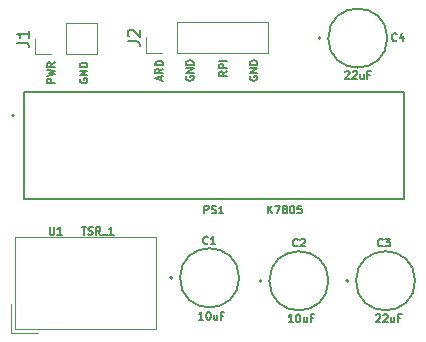
<source format=gbr>
%TF.GenerationSoftware,KiCad,Pcbnew,(6.0.5)*%
%TF.CreationDate,2023-06-19T01:03:16+02:00*%
%TF.ProjectId,PCB_Alimentacion,5043425f-416c-4696-9d65-6e746163696f,rev?*%
%TF.SameCoordinates,Original*%
%TF.FileFunction,Legend,Top*%
%TF.FilePolarity,Positive*%
%FSLAX46Y46*%
G04 Gerber Fmt 4.6, Leading zero omitted, Abs format (unit mm)*
G04 Created by KiCad (PCBNEW (6.0.5)) date 2023-06-19 01:03:16*
%MOMM*%
%LPD*%
G01*
G04 APERTURE LIST*
%ADD10C,0.150000*%
%ADD11C,0.120000*%
%ADD12C,0.200000*%
%ADD13C,0.127000*%
G04 APERTURE END LIST*
D10*
X118919047Y-78666666D02*
X118269047Y-78666666D01*
X118269047Y-78419047D01*
X118300000Y-78357142D01*
X118330952Y-78326190D01*
X118392857Y-78295238D01*
X118485714Y-78295238D01*
X118547619Y-78326190D01*
X118578571Y-78357142D01*
X118609523Y-78419047D01*
X118609523Y-78666666D01*
X118269047Y-78078571D02*
X118919047Y-77923809D01*
X118454761Y-77800000D01*
X118919047Y-77676190D01*
X118269047Y-77521428D01*
X118919047Y-76902380D02*
X118609523Y-77119047D01*
X118919047Y-77273809D02*
X118269047Y-77273809D01*
X118269047Y-77026190D01*
X118300000Y-76964285D01*
X118330952Y-76933333D01*
X118392857Y-76902380D01*
X118485714Y-76902380D01*
X118547619Y-76933333D01*
X118578571Y-76964285D01*
X118609523Y-77026190D01*
X118609523Y-77273809D01*
X133494047Y-77678571D02*
X133184523Y-77895238D01*
X133494047Y-78050000D02*
X132844047Y-78050000D01*
X132844047Y-77802380D01*
X132875000Y-77740476D01*
X132905952Y-77709523D01*
X132967857Y-77678571D01*
X133060714Y-77678571D01*
X133122619Y-77709523D01*
X133153571Y-77740476D01*
X133184523Y-77802380D01*
X133184523Y-78050000D01*
X133494047Y-77400000D02*
X132844047Y-77400000D01*
X132844047Y-77152380D01*
X132875000Y-77090476D01*
X132905952Y-77059523D01*
X132967857Y-77028571D01*
X133060714Y-77028571D01*
X133122619Y-77059523D01*
X133153571Y-77090476D01*
X133184523Y-77152380D01*
X133184523Y-77400000D01*
X133494047Y-76750000D02*
X132844047Y-76750000D01*
X130075000Y-78095238D02*
X130044047Y-78157142D01*
X130044047Y-78250000D01*
X130075000Y-78342857D01*
X130136904Y-78404761D01*
X130198809Y-78435714D01*
X130322619Y-78466666D01*
X130415476Y-78466666D01*
X130539285Y-78435714D01*
X130601190Y-78404761D01*
X130663095Y-78342857D01*
X130694047Y-78250000D01*
X130694047Y-78188095D01*
X130663095Y-78095238D01*
X130632142Y-78064285D01*
X130415476Y-78064285D01*
X130415476Y-78188095D01*
X130694047Y-77785714D02*
X130044047Y-77785714D01*
X130694047Y-77414285D01*
X130044047Y-77414285D01*
X130694047Y-77104761D02*
X130044047Y-77104761D01*
X130044047Y-76950000D01*
X130075000Y-76857142D01*
X130136904Y-76795238D01*
X130198809Y-76764285D01*
X130322619Y-76733333D01*
X130415476Y-76733333D01*
X130539285Y-76764285D01*
X130601190Y-76795238D01*
X130663095Y-76857142D01*
X130694047Y-76950000D01*
X130694047Y-77104761D01*
X127908333Y-78404761D02*
X127908333Y-78095238D01*
X128094047Y-78466666D02*
X127444047Y-78250000D01*
X128094047Y-78033333D01*
X128094047Y-77445238D02*
X127784523Y-77661904D01*
X128094047Y-77816666D02*
X127444047Y-77816666D01*
X127444047Y-77569047D01*
X127475000Y-77507142D01*
X127505952Y-77476190D01*
X127567857Y-77445238D01*
X127660714Y-77445238D01*
X127722619Y-77476190D01*
X127753571Y-77507142D01*
X127784523Y-77569047D01*
X127784523Y-77816666D01*
X128094047Y-77166666D02*
X127444047Y-77166666D01*
X127444047Y-77011904D01*
X127475000Y-76919047D01*
X127536904Y-76857142D01*
X127598809Y-76826190D01*
X127722619Y-76795238D01*
X127815476Y-76795238D01*
X127939285Y-76826190D01*
X128001190Y-76857142D01*
X128063095Y-76919047D01*
X128094047Y-77011904D01*
X128094047Y-77166666D01*
X121075000Y-78295238D02*
X121044047Y-78357142D01*
X121044047Y-78450000D01*
X121075000Y-78542857D01*
X121136904Y-78604761D01*
X121198809Y-78635714D01*
X121322619Y-78666666D01*
X121415476Y-78666666D01*
X121539285Y-78635714D01*
X121601190Y-78604761D01*
X121663095Y-78542857D01*
X121694047Y-78450000D01*
X121694047Y-78388095D01*
X121663095Y-78295238D01*
X121632142Y-78264285D01*
X121415476Y-78264285D01*
X121415476Y-78388095D01*
X121694047Y-77985714D02*
X121044047Y-77985714D01*
X121694047Y-77614285D01*
X121044047Y-77614285D01*
X121694047Y-77304761D02*
X121044047Y-77304761D01*
X121044047Y-77150000D01*
X121075000Y-77057142D01*
X121136904Y-76995238D01*
X121198809Y-76964285D01*
X121322619Y-76933333D01*
X121415476Y-76933333D01*
X121539285Y-76964285D01*
X121601190Y-76995238D01*
X121663095Y-77057142D01*
X121694047Y-77150000D01*
X121694047Y-77304761D01*
X146132142Y-98305952D02*
X146163095Y-98275000D01*
X146225000Y-98244047D01*
X146379761Y-98244047D01*
X146441666Y-98275000D01*
X146472619Y-98305952D01*
X146503571Y-98367857D01*
X146503571Y-98429761D01*
X146472619Y-98522619D01*
X146101190Y-98894047D01*
X146503571Y-98894047D01*
X146751190Y-98305952D02*
X146782142Y-98275000D01*
X146844047Y-98244047D01*
X146998809Y-98244047D01*
X147060714Y-98275000D01*
X147091666Y-98305952D01*
X147122619Y-98367857D01*
X147122619Y-98429761D01*
X147091666Y-98522619D01*
X146720238Y-98894047D01*
X147122619Y-98894047D01*
X147679761Y-98460714D02*
X147679761Y-98894047D01*
X147401190Y-98460714D02*
X147401190Y-98801190D01*
X147432142Y-98863095D01*
X147494047Y-98894047D01*
X147586904Y-98894047D01*
X147648809Y-98863095D01*
X147679761Y-98832142D01*
X148205952Y-98553571D02*
X147989285Y-98553571D01*
X147989285Y-98894047D02*
X147989285Y-98244047D01*
X148298809Y-98244047D01*
X131503571Y-98694047D02*
X131132142Y-98694047D01*
X131317857Y-98694047D02*
X131317857Y-98044047D01*
X131255952Y-98136904D01*
X131194047Y-98198809D01*
X131132142Y-98229761D01*
X131905952Y-98044047D02*
X131967857Y-98044047D01*
X132029761Y-98075000D01*
X132060714Y-98105952D01*
X132091666Y-98167857D01*
X132122619Y-98291666D01*
X132122619Y-98446428D01*
X132091666Y-98570238D01*
X132060714Y-98632142D01*
X132029761Y-98663095D01*
X131967857Y-98694047D01*
X131905952Y-98694047D01*
X131844047Y-98663095D01*
X131813095Y-98632142D01*
X131782142Y-98570238D01*
X131751190Y-98446428D01*
X131751190Y-98291666D01*
X131782142Y-98167857D01*
X131813095Y-98105952D01*
X131844047Y-98075000D01*
X131905952Y-98044047D01*
X132679761Y-98260714D02*
X132679761Y-98694047D01*
X132401190Y-98260714D02*
X132401190Y-98601190D01*
X132432142Y-98663095D01*
X132494047Y-98694047D01*
X132586904Y-98694047D01*
X132648809Y-98663095D01*
X132679761Y-98632142D01*
X133205952Y-98353571D02*
X132989285Y-98353571D01*
X132989285Y-98694047D02*
X132989285Y-98044047D01*
X133298809Y-98044047D01*
X143532142Y-77705952D02*
X143563095Y-77675000D01*
X143625000Y-77644047D01*
X143779761Y-77644047D01*
X143841666Y-77675000D01*
X143872619Y-77705952D01*
X143903571Y-77767857D01*
X143903571Y-77829761D01*
X143872619Y-77922619D01*
X143501190Y-78294047D01*
X143903571Y-78294047D01*
X144151190Y-77705952D02*
X144182142Y-77675000D01*
X144244047Y-77644047D01*
X144398809Y-77644047D01*
X144460714Y-77675000D01*
X144491666Y-77705952D01*
X144522619Y-77767857D01*
X144522619Y-77829761D01*
X144491666Y-77922619D01*
X144120238Y-78294047D01*
X144522619Y-78294047D01*
X145079761Y-77860714D02*
X145079761Y-78294047D01*
X144801190Y-77860714D02*
X144801190Y-78201190D01*
X144832142Y-78263095D01*
X144894047Y-78294047D01*
X144986904Y-78294047D01*
X145048809Y-78263095D01*
X145079761Y-78232142D01*
X145605952Y-77953571D02*
X145389285Y-77953571D01*
X145389285Y-78294047D02*
X145389285Y-77644047D01*
X145698809Y-77644047D01*
X136991666Y-89694047D02*
X136991666Y-89044047D01*
X137363095Y-89694047D02*
X137084523Y-89322619D01*
X137363095Y-89044047D02*
X136991666Y-89415476D01*
X137579761Y-89044047D02*
X138013095Y-89044047D01*
X137734523Y-89694047D01*
X138353571Y-89322619D02*
X138291666Y-89291666D01*
X138260714Y-89260714D01*
X138229761Y-89198809D01*
X138229761Y-89167857D01*
X138260714Y-89105952D01*
X138291666Y-89075000D01*
X138353571Y-89044047D01*
X138477380Y-89044047D01*
X138539285Y-89075000D01*
X138570238Y-89105952D01*
X138601190Y-89167857D01*
X138601190Y-89198809D01*
X138570238Y-89260714D01*
X138539285Y-89291666D01*
X138477380Y-89322619D01*
X138353571Y-89322619D01*
X138291666Y-89353571D01*
X138260714Y-89384523D01*
X138229761Y-89446428D01*
X138229761Y-89570238D01*
X138260714Y-89632142D01*
X138291666Y-89663095D01*
X138353571Y-89694047D01*
X138477380Y-89694047D01*
X138539285Y-89663095D01*
X138570238Y-89632142D01*
X138601190Y-89570238D01*
X138601190Y-89446428D01*
X138570238Y-89384523D01*
X138539285Y-89353571D01*
X138477380Y-89322619D01*
X139003571Y-89044047D02*
X139065476Y-89044047D01*
X139127380Y-89075000D01*
X139158333Y-89105952D01*
X139189285Y-89167857D01*
X139220238Y-89291666D01*
X139220238Y-89446428D01*
X139189285Y-89570238D01*
X139158333Y-89632142D01*
X139127380Y-89663095D01*
X139065476Y-89694047D01*
X139003571Y-89694047D01*
X138941666Y-89663095D01*
X138910714Y-89632142D01*
X138879761Y-89570238D01*
X138848809Y-89446428D01*
X138848809Y-89291666D01*
X138879761Y-89167857D01*
X138910714Y-89105952D01*
X138941666Y-89075000D01*
X139003571Y-89044047D01*
X139808333Y-89044047D02*
X139498809Y-89044047D01*
X139467857Y-89353571D01*
X139498809Y-89322619D01*
X139560714Y-89291666D01*
X139715476Y-89291666D01*
X139777380Y-89322619D01*
X139808333Y-89353571D01*
X139839285Y-89415476D01*
X139839285Y-89570238D01*
X139808333Y-89632142D01*
X139777380Y-89663095D01*
X139715476Y-89694047D01*
X139560714Y-89694047D01*
X139498809Y-89663095D01*
X139467857Y-89632142D01*
X135475000Y-78095238D02*
X135444047Y-78157142D01*
X135444047Y-78250000D01*
X135475000Y-78342857D01*
X135536904Y-78404761D01*
X135598809Y-78435714D01*
X135722619Y-78466666D01*
X135815476Y-78466666D01*
X135939285Y-78435714D01*
X136001190Y-78404761D01*
X136063095Y-78342857D01*
X136094047Y-78250000D01*
X136094047Y-78188095D01*
X136063095Y-78095238D01*
X136032142Y-78064285D01*
X135815476Y-78064285D01*
X135815476Y-78188095D01*
X136094047Y-77785714D02*
X135444047Y-77785714D01*
X136094047Y-77414285D01*
X135444047Y-77414285D01*
X136094047Y-77104761D02*
X135444047Y-77104761D01*
X135444047Y-76950000D01*
X135475000Y-76857142D01*
X135536904Y-76795238D01*
X135598809Y-76764285D01*
X135722619Y-76733333D01*
X135815476Y-76733333D01*
X135939285Y-76764285D01*
X136001190Y-76795238D01*
X136063095Y-76857142D01*
X136094047Y-76950000D01*
X136094047Y-77104761D01*
X139103571Y-98894047D02*
X138732142Y-98894047D01*
X138917857Y-98894047D02*
X138917857Y-98244047D01*
X138855952Y-98336904D01*
X138794047Y-98398809D01*
X138732142Y-98429761D01*
X139505952Y-98244047D02*
X139567857Y-98244047D01*
X139629761Y-98275000D01*
X139660714Y-98305952D01*
X139691666Y-98367857D01*
X139722619Y-98491666D01*
X139722619Y-98646428D01*
X139691666Y-98770238D01*
X139660714Y-98832142D01*
X139629761Y-98863095D01*
X139567857Y-98894047D01*
X139505952Y-98894047D01*
X139444047Y-98863095D01*
X139413095Y-98832142D01*
X139382142Y-98770238D01*
X139351190Y-98646428D01*
X139351190Y-98491666D01*
X139382142Y-98367857D01*
X139413095Y-98305952D01*
X139444047Y-98275000D01*
X139505952Y-98244047D01*
X140279761Y-98460714D02*
X140279761Y-98894047D01*
X140001190Y-98460714D02*
X140001190Y-98801190D01*
X140032142Y-98863095D01*
X140094047Y-98894047D01*
X140186904Y-98894047D01*
X140248809Y-98863095D01*
X140279761Y-98832142D01*
X140805952Y-98553571D02*
X140589285Y-98553571D01*
X140589285Y-98894047D02*
X140589285Y-98244047D01*
X140898809Y-98244047D01*
X121222619Y-90844047D02*
X121594047Y-90844047D01*
X121408333Y-91494047D02*
X121408333Y-90844047D01*
X121779761Y-91463095D02*
X121872619Y-91494047D01*
X122027380Y-91494047D01*
X122089285Y-91463095D01*
X122120238Y-91432142D01*
X122151190Y-91370238D01*
X122151190Y-91308333D01*
X122120238Y-91246428D01*
X122089285Y-91215476D01*
X122027380Y-91184523D01*
X121903571Y-91153571D01*
X121841666Y-91122619D01*
X121810714Y-91091666D01*
X121779761Y-91029761D01*
X121779761Y-90967857D01*
X121810714Y-90905952D01*
X121841666Y-90875000D01*
X121903571Y-90844047D01*
X122058333Y-90844047D01*
X122151190Y-90875000D01*
X122801190Y-91494047D02*
X122584523Y-91184523D01*
X122429761Y-91494047D02*
X122429761Y-90844047D01*
X122677380Y-90844047D01*
X122739285Y-90875000D01*
X122770238Y-90905952D01*
X122801190Y-90967857D01*
X122801190Y-91060714D01*
X122770238Y-91122619D01*
X122739285Y-91153571D01*
X122677380Y-91184523D01*
X122429761Y-91184523D01*
X122925000Y-91555952D02*
X123420238Y-91555952D01*
X123915476Y-91494047D02*
X123544047Y-91494047D01*
X123729761Y-91494047D02*
X123729761Y-90844047D01*
X123667857Y-90936904D01*
X123605952Y-90998809D01*
X123544047Y-91029761D01*
%TO.C,U1*%
X118504761Y-90844047D02*
X118504761Y-91370238D01*
X118535714Y-91432142D01*
X118566666Y-91463095D01*
X118628571Y-91494047D01*
X118752380Y-91494047D01*
X118814285Y-91463095D01*
X118845238Y-91432142D01*
X118876190Y-91370238D01*
X118876190Y-90844047D01*
X119526190Y-91494047D02*
X119154761Y-91494047D01*
X119340476Y-91494047D02*
X119340476Y-90844047D01*
X119278571Y-90936904D01*
X119216666Y-90998809D01*
X119154761Y-91029761D01*
%TO.C,C4*%
X147891666Y-75032142D02*
X147860714Y-75063095D01*
X147767857Y-75094047D01*
X147705952Y-75094047D01*
X147613095Y-75063095D01*
X147551190Y-75001190D01*
X147520238Y-74939285D01*
X147489285Y-74815476D01*
X147489285Y-74722619D01*
X147520238Y-74598809D01*
X147551190Y-74536904D01*
X147613095Y-74475000D01*
X147705952Y-74444047D01*
X147767857Y-74444047D01*
X147860714Y-74475000D01*
X147891666Y-74505952D01*
X148448809Y-74660714D02*
X148448809Y-75094047D01*
X148294047Y-74413095D02*
X148139285Y-74877380D01*
X148541666Y-74877380D01*
%TO.C,PS1*%
X131610714Y-89694047D02*
X131610714Y-89044047D01*
X131858333Y-89044047D01*
X131920238Y-89075000D01*
X131951190Y-89105952D01*
X131982142Y-89167857D01*
X131982142Y-89260714D01*
X131951190Y-89322619D01*
X131920238Y-89353571D01*
X131858333Y-89384523D01*
X131610714Y-89384523D01*
X132229761Y-89663095D02*
X132322619Y-89694047D01*
X132477380Y-89694047D01*
X132539285Y-89663095D01*
X132570238Y-89632142D01*
X132601190Y-89570238D01*
X132601190Y-89508333D01*
X132570238Y-89446428D01*
X132539285Y-89415476D01*
X132477380Y-89384523D01*
X132353571Y-89353571D01*
X132291666Y-89322619D01*
X132260714Y-89291666D01*
X132229761Y-89229761D01*
X132229761Y-89167857D01*
X132260714Y-89105952D01*
X132291666Y-89075000D01*
X132353571Y-89044047D01*
X132508333Y-89044047D01*
X132601190Y-89075000D01*
X133220238Y-89694047D02*
X132848809Y-89694047D01*
X133034523Y-89694047D02*
X133034523Y-89044047D01*
X132972619Y-89136904D01*
X132910714Y-89198809D01*
X132848809Y-89229761D01*
%TO.C,J2*%
X125122380Y-75133333D02*
X125836666Y-75133333D01*
X125979523Y-75180952D01*
X126074761Y-75276190D01*
X126122380Y-75419047D01*
X126122380Y-75514285D01*
X125217619Y-74704761D02*
X125170000Y-74657142D01*
X125122380Y-74561904D01*
X125122380Y-74323809D01*
X125170000Y-74228571D01*
X125217619Y-74180952D01*
X125312857Y-74133333D01*
X125408095Y-74133333D01*
X125550952Y-74180952D01*
X126122380Y-74752380D01*
X126122380Y-74133333D01*
%TO.C,C3*%
X146691666Y-92432142D02*
X146660714Y-92463095D01*
X146567857Y-92494047D01*
X146505952Y-92494047D01*
X146413095Y-92463095D01*
X146351190Y-92401190D01*
X146320238Y-92339285D01*
X146289285Y-92215476D01*
X146289285Y-92122619D01*
X146320238Y-91998809D01*
X146351190Y-91936904D01*
X146413095Y-91875000D01*
X146505952Y-91844047D01*
X146567857Y-91844047D01*
X146660714Y-91875000D01*
X146691666Y-91905952D01*
X146908333Y-91844047D02*
X147310714Y-91844047D01*
X147094047Y-92091666D01*
X147186904Y-92091666D01*
X147248809Y-92122619D01*
X147279761Y-92153571D01*
X147310714Y-92215476D01*
X147310714Y-92370238D01*
X147279761Y-92432142D01*
X147248809Y-92463095D01*
X147186904Y-92494047D01*
X147001190Y-92494047D01*
X146939285Y-92463095D01*
X146908333Y-92432142D01*
%TO.C,C2*%
X139491666Y-92432142D02*
X139460714Y-92463095D01*
X139367857Y-92494047D01*
X139305952Y-92494047D01*
X139213095Y-92463095D01*
X139151190Y-92401190D01*
X139120238Y-92339285D01*
X139089285Y-92215476D01*
X139089285Y-92122619D01*
X139120238Y-91998809D01*
X139151190Y-91936904D01*
X139213095Y-91875000D01*
X139305952Y-91844047D01*
X139367857Y-91844047D01*
X139460714Y-91875000D01*
X139491666Y-91905952D01*
X139739285Y-91905952D02*
X139770238Y-91875000D01*
X139832142Y-91844047D01*
X139986904Y-91844047D01*
X140048809Y-91875000D01*
X140079761Y-91905952D01*
X140110714Y-91967857D01*
X140110714Y-92029761D01*
X140079761Y-92122619D01*
X139708333Y-92494047D01*
X140110714Y-92494047D01*
%TO.C,J1*%
X115747380Y-75233333D02*
X116461666Y-75233333D01*
X116604523Y-75280952D01*
X116699761Y-75376190D01*
X116747380Y-75519047D01*
X116747380Y-75614285D01*
X116747380Y-74233333D02*
X116747380Y-74804761D01*
X116747380Y-74519047D02*
X115747380Y-74519047D01*
X115890238Y-74614285D01*
X115985476Y-74709523D01*
X116033095Y-74804761D01*
%TO.C,C1*%
X131891666Y-92232142D02*
X131860714Y-92263095D01*
X131767857Y-92294047D01*
X131705952Y-92294047D01*
X131613095Y-92263095D01*
X131551190Y-92201190D01*
X131520238Y-92139285D01*
X131489285Y-92015476D01*
X131489285Y-91922619D01*
X131520238Y-91798809D01*
X131551190Y-91736904D01*
X131613095Y-91675000D01*
X131705952Y-91644047D01*
X131767857Y-91644047D01*
X131860714Y-91675000D01*
X131891666Y-91705952D01*
X132510714Y-92294047D02*
X132139285Y-92294047D01*
X132325000Y-92294047D02*
X132325000Y-91644047D01*
X132263095Y-91736904D01*
X132201190Y-91798809D01*
X132139285Y-91829761D01*
D11*
%TO.C,U1*%
X127487500Y-99502500D02*
X115547500Y-99502500D01*
X115217500Y-97382500D02*
X115217500Y-99832500D01*
X115217500Y-99832500D02*
X117547500Y-99832500D01*
X127487500Y-91652500D02*
X127487500Y-99502500D01*
X115547500Y-91652500D02*
X127487500Y-91652500D01*
X115547500Y-99502500D02*
X115547500Y-91652500D01*
D12*
%TO.C,C4*%
X141437500Y-74850000D02*
G75*
G03*
X141437500Y-74850000I-100000J0D01*
G01*
D13*
X147087500Y-74850000D02*
G75*
G03*
X147087500Y-74850000I-2500000J0D01*
G01*
%TO.C,PS1*%
X148475000Y-79450000D02*
X148475000Y-88500000D01*
X116325000Y-88500000D02*
X116325000Y-79450000D01*
X148475000Y-88500000D02*
X116325000Y-88500000D01*
X116325000Y-79450000D02*
X148475000Y-79450000D01*
D12*
X115500000Y-81430000D02*
G75*
G03*
X115500000Y-81430000I-100000J0D01*
G01*
D11*
%TO.C,J2*%
X129270000Y-76130000D02*
X136950000Y-76130000D01*
X126670000Y-76130000D02*
X126670000Y-74800000D01*
X128000000Y-76130000D02*
X126670000Y-76130000D01*
X136950000Y-76130000D02*
X136950000Y-73470000D01*
X129270000Y-76130000D02*
X129270000Y-73470000D01*
X129270000Y-73470000D02*
X136950000Y-73470000D01*
D13*
%TO.C,C3*%
X149437500Y-95400000D02*
G75*
G03*
X149437500Y-95400000I-2500000J0D01*
G01*
D12*
X143787500Y-95400000D02*
G75*
G03*
X143787500Y-95400000I-100000J0D01*
G01*
%TO.C,C2*%
X136450000Y-95400000D02*
G75*
G03*
X136450000Y-95400000I-100000J0D01*
G01*
D13*
X142100000Y-95400000D02*
G75*
G03*
X142100000Y-95400000I-2500000J0D01*
G01*
D11*
%TO.C,J1*%
X119895000Y-76230000D02*
X119895000Y-73570000D01*
X117295000Y-76230000D02*
X117295000Y-74900000D01*
X122495000Y-76230000D02*
X122495000Y-73570000D01*
X119895000Y-73570000D02*
X122495000Y-73570000D01*
X119895000Y-76230000D02*
X122495000Y-76230000D01*
X118625000Y-76230000D02*
X117295000Y-76230000D01*
D13*
%TO.C,C1*%
X134537500Y-95150000D02*
G75*
G03*
X134537500Y-95150000I-2500000J0D01*
G01*
D12*
X128887500Y-95150000D02*
G75*
G03*
X128887500Y-95150000I-100000J0D01*
G01*
%TD*%
M02*

</source>
